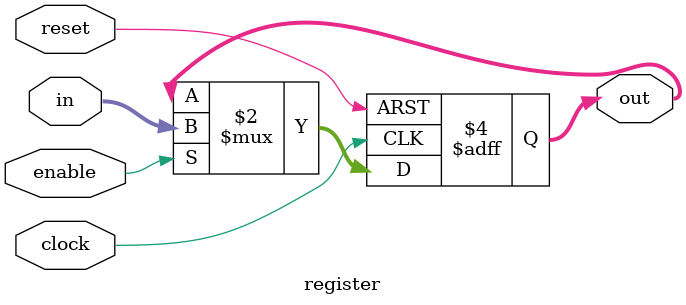
<source format=v>
module register(
	clock,
	reset,
	enable,
	in,
	out
	);

	parameter DATAWIDTH = 8;
	
	input clock, enable, reset;
	input  [DATAWIDTH-1:0] in;
	output reg [DATAWIDTH-1:0] out;


	always @ (posedge clock or posedge reset)
	if (reset) begin
 		out <= 8'b0;
	end else if (enable) begin
  		out <= in;
	end 

endmodule

</source>
